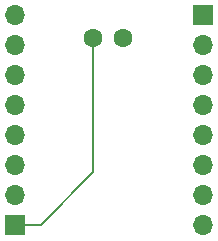
<source format=gbl>
G04 #@! TF.GenerationSoftware,KiCad,Pcbnew,9.0.0*
G04 #@! TF.CreationDate,2025-02-20T19:15:02-05:00*
G04 #@! TF.ProjectId,surfboard,73757266-626f-4617-9264-2e6b69636164,rev?*
G04 #@! TF.SameCoordinates,Original*
G04 #@! TF.FileFunction,Copper,L2,Bot*
G04 #@! TF.FilePolarity,Positive*
%FSLAX46Y46*%
G04 Gerber Fmt 4.6, Leading zero omitted, Abs format (unit mm)*
G04 Created by KiCad (PCBNEW 9.0.0) date 2025-02-20 19:15:02*
%MOMM*%
%LPD*%
G01*
G04 APERTURE LIST*
G04 #@! TA.AperFunction,ComponentPad*
%ADD10C,1.600000*%
G04 #@! TD*
G04 #@! TA.AperFunction,ComponentPad*
%ADD11R,1.700000X1.700000*%
G04 #@! TD*
G04 #@! TA.AperFunction,ComponentPad*
%ADD12O,1.700000X1.700000*%
G04 #@! TD*
G04 #@! TA.AperFunction,Conductor*
%ADD13C,0.203200*%
G04 #@! TD*
G04 APERTURE END LIST*
D10*
X141625000Y-95235000D03*
X144125000Y-95235000D03*
D11*
X135001000Y-111125000D03*
D12*
X135001000Y-108585000D03*
X135001000Y-106045000D03*
X135001000Y-103505000D03*
X135001000Y-100965000D03*
X135001000Y-98425000D03*
X135001000Y-95885000D03*
X135001000Y-93345000D03*
D11*
X150876000Y-93345000D03*
D12*
X150876000Y-95885000D03*
X150876000Y-98425000D03*
X150876000Y-100965000D03*
X150876000Y-103505000D03*
X150876000Y-106045000D03*
X150876000Y-108585000D03*
X150876000Y-111125000D03*
D13*
X137160000Y-111125000D02*
X135001000Y-111125000D01*
X141625000Y-106660000D02*
X137160000Y-111125000D01*
X141625000Y-95235000D02*
X141625000Y-106660000D01*
M02*

</source>
